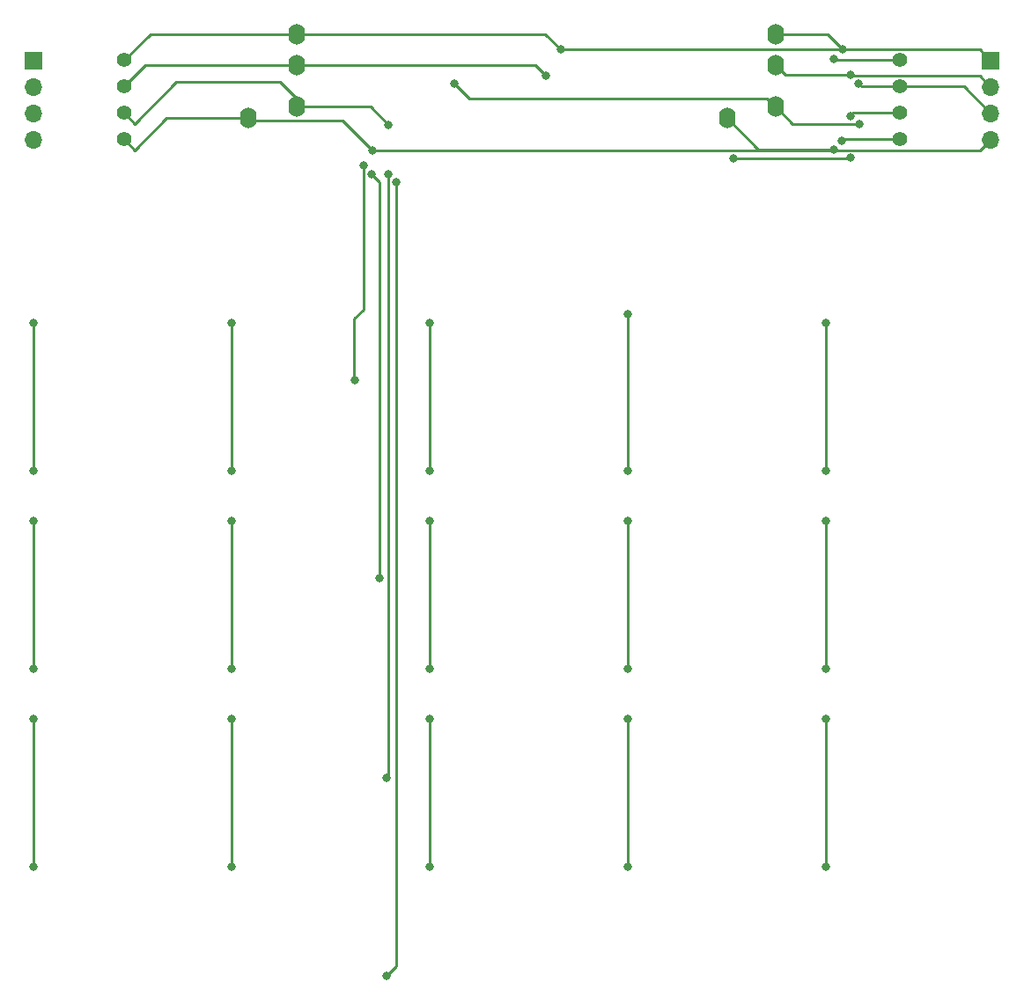
<source format=gbr>
%TF.GenerationSoftware,KiCad,Pcbnew,(6.0.4-0)*%
%TF.CreationDate,2022-07-25T20:49:22-05:00*%
%TF.ProjectId,beyblock20,62657962-6c6f-4636-9b32-302e6b696361,rev?*%
%TF.SameCoordinates,Original*%
%TF.FileFunction,Copper,L1,Top*%
%TF.FilePolarity,Positive*%
%FSLAX46Y46*%
G04 Gerber Fmt 4.6, Leading zero omitted, Abs format (unit mm)*
G04 Created by KiCad (PCBNEW (6.0.4-0)) date 2022-07-25 20:49:22*
%MOMM*%
%LPD*%
G01*
G04 APERTURE LIST*
%TA.AperFunction,ComponentPad*%
%ADD10O,1.600000X2.000000*%
%TD*%
%TA.AperFunction,ComponentPad*%
%ADD11R,1.700000X1.700000*%
%TD*%
%TA.AperFunction,ComponentPad*%
%ADD12O,1.700000X1.700000*%
%TD*%
%TA.AperFunction,ComponentPad*%
%ADD13C,1.397000*%
%TD*%
%TA.AperFunction,ViaPad*%
%ADD14C,0.800000*%
%TD*%
%TA.AperFunction,Conductor*%
%ADD15C,0.250000*%
%TD*%
G04 APERTURE END LIST*
D10*
%TO.P,U3,3,RING1*%
%TO.N,scl*%
X140412500Y-26837500D03*
%TO.P,U3,4,RING2*%
%TO.N,sda*%
X140412500Y-23837500D03*
%TO.P,U3,2,TIP*%
%TO.N,3v3*%
X140412500Y-30837500D03*
%TO.P,U3,1,SLEEVE*%
%TO.N,gnd*%
X135812500Y-31937500D03*
%TD*%
%TO.P,U2,3,RING1*%
%TO.N,scl*%
X94375000Y-26837500D03*
%TO.P,U2,4,RING2*%
%TO.N,sda*%
X94375000Y-23837500D03*
%TO.P,U2,2,TIP*%
%TO.N,3v3*%
X94375000Y-30837500D03*
%TO.P,U2,1,SLEEVE*%
%TO.N,gnd*%
X89775000Y-31937500D03*
%TD*%
D11*
%TO.P,J1,1,Pin_1*%
%TO.N,sda*%
X69056250Y-26362500D03*
D12*
%TO.P,J1,2,Pin_2*%
%TO.N,scl*%
X69056250Y-28902500D03*
%TO.P,J1,3,Pin_3*%
%TO.N,3v3*%
X69056250Y-31442500D03*
%TO.P,J1,4,Pin_4*%
%TO.N,gnd*%
X69056250Y-33982500D03*
%TD*%
D13*
%TO.P,OL1,1,SDA*%
%TO.N,sda*%
X152400000Y-33972500D03*
%TO.P,OL1,2,SCL*%
%TO.N,scl*%
X152400000Y-31432500D03*
%TO.P,OL1,3,VCC*%
%TO.N,3v3*%
X152400000Y-28892500D03*
%TO.P,OL1,4,GND*%
%TO.N,gnd*%
X152400000Y-26352500D03*
%TD*%
D11*
%TO.P,J2,1,Pin_1*%
%TO.N,sda*%
X161131250Y-26362500D03*
D12*
%TO.P,J2,2,Pin_2*%
%TO.N,scl*%
X161131250Y-28902500D03*
%TO.P,J2,3,Pin_3*%
%TO.N,3v3*%
X161131250Y-31442500D03*
%TO.P,J2,4,Pin_4*%
%TO.N,gnd*%
X161131250Y-33982500D03*
%TD*%
D13*
%TO.P,OL2,1,SDA*%
%TO.N,sda*%
X77787500Y-26352500D03*
%TO.P,OL2,2,SCL*%
%TO.N,scl*%
X77787500Y-28892500D03*
%TO.P,OL2,3,VCC*%
%TO.N,3v3*%
X77787500Y-31432500D03*
%TO.P,OL2,4,GND*%
%TO.N,gnd*%
X77787500Y-33972500D03*
%TD*%
D14*
%TO.N,3v3*%
X109537500Y-28575000D03*
%TO.N,scl*%
X147637500Y-35720011D03*
X136430885Y-35814125D03*
%TO.N,row1*%
X100012500Y-57150000D03*
X100806250Y-36512500D03*
%TO.N,row2*%
X101600000Y-37306250D03*
X102393750Y-76200000D03*
%TO.N,row3*%
X103025000Y-95412500D03*
X103187500Y-37306250D03*
%TO.N,row4*%
X103981250Y-38100000D03*
X103025000Y-114462500D03*
%TO.N,scl*%
X147637500Y-31731011D03*
X147637500Y-27781250D03*
X118356989Y-27869489D03*
%TO.N,sda*%
X146843750Y-34131250D03*
X146914261Y-25329489D03*
X119785739Y-25329489D03*
%TO.N,gnd*%
X101670511Y-34995511D03*
X146050000Y-34925000D03*
X146050000Y-26193750D03*
%TO.N,3v3*%
X148431250Y-28593989D03*
X103187500Y-32543750D03*
X148519489Y-32455511D03*
%TO.N,col1*%
X145256250Y-51593750D03*
X145256250Y-70643750D03*
X145256250Y-84931250D03*
X145256250Y-103981250D03*
X145256250Y-65881250D03*
X145256250Y-89693750D03*
%TO.N,col2*%
X126206250Y-65881250D03*
X126206250Y-70643750D03*
X126206250Y-89693750D03*
X126206250Y-103981250D03*
X126206250Y-50800000D03*
X126206250Y-84931250D03*
%TO.N,col3*%
X107156250Y-84931250D03*
X107156250Y-70643750D03*
X107156250Y-65881250D03*
X107156250Y-103981250D03*
X107156250Y-51593750D03*
X107156250Y-89693750D03*
%TO.N,col4*%
X88106250Y-84931250D03*
X88106250Y-89693750D03*
X88106250Y-65881250D03*
X88106250Y-70643750D03*
X88106250Y-51593750D03*
X88106250Y-103981250D03*
%TO.N,col5*%
X69056250Y-51593750D03*
X69056250Y-89693750D03*
X69056250Y-70643750D03*
X69056250Y-65881250D03*
X69056250Y-84931250D03*
X69056250Y-103981250D03*
%TD*%
D15*
%TO.N,gnd*%
X89775000Y-31937500D02*
X89999520Y-32162020D01*
X89999520Y-32162020D02*
X98837020Y-32162020D01*
X98837020Y-32162020D02*
X101670511Y-34995511D01*
X78810511Y-34995511D02*
X81868522Y-31937500D01*
X81868522Y-31937500D02*
X89775000Y-31937500D01*
%TO.N,3v3*%
X78810511Y-32455511D02*
X82803043Y-28462979D01*
X92756729Y-28462979D02*
X94375000Y-30081250D01*
X94375000Y-30081250D02*
X94375000Y-30837500D01*
X82803043Y-28462979D02*
X92756729Y-28462979D01*
%TO.N,scl*%
X77787500Y-28892500D02*
X79842500Y-26837500D01*
X79842500Y-26837500D02*
X94375000Y-26837500D01*
%TO.N,sda*%
X77787500Y-26352500D02*
X80302500Y-23837500D01*
X80302500Y-23837500D02*
X94375000Y-23837500D01*
X94375000Y-23837500D02*
X118293750Y-23837500D01*
X118293750Y-23837500D02*
X119785739Y-25329489D01*
%TO.N,scl*%
X94375000Y-26837500D02*
X117325000Y-26837500D01*
X117325000Y-26837500D02*
X118356989Y-27869489D01*
%TO.N,3v3*%
X94375000Y-30837500D02*
X101481250Y-30837500D01*
X101481250Y-30837500D02*
X103187500Y-32543750D01*
X109537500Y-28575000D02*
X110974521Y-30012021D01*
X110974521Y-30012021D02*
X139587021Y-30012021D01*
X139587021Y-30012021D02*
X140412500Y-30837500D01*
%TO.N,scl*%
X147543386Y-35814125D02*
X147637500Y-35720011D01*
X136430885Y-35814125D02*
X147543386Y-35814125D01*
%TO.N,3v3*%
X152400000Y-28892500D02*
X158581250Y-28892500D01*
X158581250Y-28892500D02*
X161131250Y-31442500D01*
%TO.N,gnd*%
X146050000Y-34925000D02*
X138800000Y-34925000D01*
X138800000Y-34925000D02*
X135812500Y-31937500D01*
%TO.N,3v3*%
X148519489Y-32455511D02*
X142030511Y-32455511D01*
X142030511Y-32455511D02*
X140412500Y-30837500D01*
%TO.N,scl*%
X147637500Y-27781250D02*
X141356250Y-27781250D01*
X141356250Y-27781250D02*
X140412500Y-26837500D01*
%TO.N,sda*%
X146914261Y-25329489D02*
X145422272Y-23837500D01*
X145422272Y-23837500D02*
X140412500Y-23837500D01*
%TO.N,row1*%
X100806250Y-36512500D02*
X100806250Y-50321992D01*
X99898329Y-51229913D02*
X99898329Y-57035829D01*
X100806250Y-50321992D02*
X99898329Y-51229913D01*
X99898329Y-57035829D02*
X100012500Y-57150000D01*
%TO.N,row2*%
X102349171Y-38055421D02*
X102349171Y-76155421D01*
X102349171Y-76155421D02*
X102393750Y-76200000D01*
X101600000Y-37306250D02*
X102349171Y-38055421D01*
%TO.N,row3*%
X103187500Y-95250000D02*
X103025000Y-95412500D01*
X103187500Y-37306250D02*
X103187500Y-95250000D01*
%TO.N,row4*%
X103981250Y-38100000D02*
X103981250Y-113506250D01*
X103981250Y-113506250D02*
X103025000Y-114462500D01*
%TO.N,scl*%
X160098239Y-27869489D02*
X161131250Y-28902500D01*
X147637500Y-31731011D02*
X147936011Y-31432500D01*
X147936011Y-31432500D02*
X152400000Y-31432500D01*
X147725739Y-27869489D02*
X160098239Y-27869489D01*
X147725739Y-27869489D02*
X147637500Y-27781250D01*
%TO.N,sda*%
X161131250Y-26362500D02*
X160098239Y-25329489D01*
X160098239Y-25329489D02*
X119785739Y-25329489D01*
X147002500Y-33972500D02*
X152400000Y-33972500D01*
X146843750Y-34131250D02*
X147002500Y-33972500D01*
%TO.N,gnd*%
X101670511Y-34995511D02*
X145979489Y-34995511D01*
X146208750Y-26352500D02*
X152400000Y-26352500D01*
X77787500Y-33972500D02*
X78810511Y-34995511D01*
X160118239Y-34995511D02*
X161131250Y-33982500D01*
X145979489Y-34995511D02*
X160118239Y-34995511D01*
X146050000Y-26193750D02*
X146208750Y-26352500D01*
X145979489Y-34995511D02*
X146050000Y-34925000D01*
%TO.N,3v3*%
X77787500Y-31432500D02*
X78810511Y-32455511D01*
X148729761Y-28892500D02*
X152400000Y-28892500D01*
X148431250Y-28593989D02*
X148729761Y-28892500D01*
%TO.N,col1*%
X145256250Y-84931250D02*
X145256250Y-70643750D01*
X145256250Y-65881250D02*
X145256250Y-51593750D01*
X145256250Y-103981250D02*
X145256250Y-89693750D01*
%TO.N,col2*%
X126206250Y-50800000D02*
X126206250Y-65881250D01*
X126206250Y-89693750D02*
X126206250Y-103981250D01*
X126206250Y-70643750D02*
X126206250Y-84931250D01*
%TO.N,col3*%
X107156250Y-65881250D02*
X107156250Y-51593750D01*
X107156250Y-103981250D02*
X107156250Y-89693750D01*
X107156250Y-84931250D02*
X107156250Y-70643750D01*
%TO.N,col4*%
X88106250Y-65881250D02*
X88106250Y-51593750D01*
X88106250Y-84931250D02*
X88106250Y-70643750D01*
X88106250Y-103981250D02*
X88106250Y-89693750D01*
%TO.N,col5*%
X69056250Y-65881250D02*
X69056250Y-51593750D01*
X69056250Y-103981250D02*
X69056250Y-89693750D01*
X69056250Y-84931250D02*
X69056250Y-70643750D01*
%TD*%
M02*

</source>
